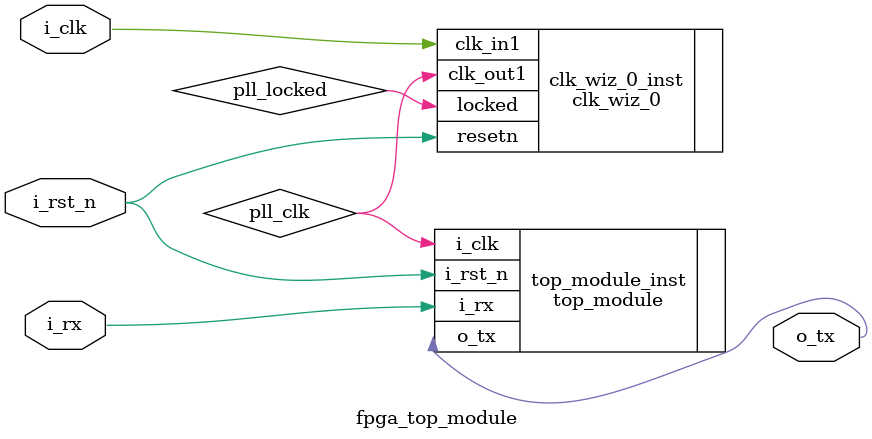
<source format=sv>

`default_nettype none

module fpga_top_module 
  (
    input wire i_clk,
    input wire i_rst_n,
    input wire i_rx,
    output wire o_tx
  );

  logic pll_clk, pll_locked;

  clk_wiz_0 clk_wiz_0_inst (
      .clk_in1  (i_clk),
      .resetn   (i_rst_n),
      .clk_out1 (pll_clk),
      .locked   (pll_locked)
  );

  top_module #( .CLK_FREQ ( 100_000_000 ),
                .BAUD_RATE( 19_200 ) )
  top_module_inst (
      .i_clk    (pll_clk),
      .i_rst_n  (i_rst_n),
      .i_rx     (i_rx),
      .o_tx     (o_tx)
  );

endmodule
</source>
